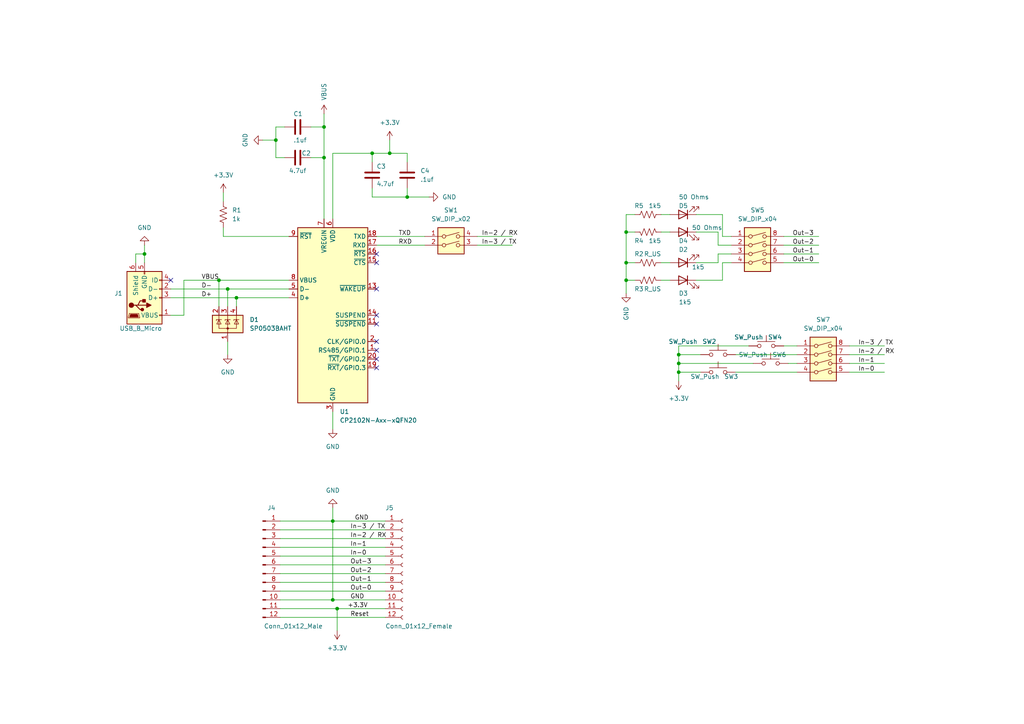
<source format=kicad_sch>
(kicad_sch (version 20211123) (generator eeschema)
  (paper "A4")
  (title_block (title "SuperCon Badge Programer with USB") (date "11/12/22") (rev "v0.1") (company "Eric Dynowski"))
  (lib_symbols
    (symbol "Connector:Conn_01x12_Female" (pin_names (offset 1.016) hide)
      (property "Reference" "J" (at 0 15.24 0))
      (property "Value" "Conn_01x12_Female" (at 0 -17.78 0))
      (symbol "Conn_01x12_Female_1_1"
        (arc (start 0 -14.732) (mid -0.508 -15.24) (end 0 -15.748) (stroke (width 0.1524)))
        (arc (start 0 -12.192) (mid -0.508 -12.7) (end 0 -13.208) (stroke (width 0.1524)))
        (arc (start 0 -9.652) (mid -0.508 -10.16) (end 0 -10.668) (stroke (width 0.1524)))
        (arc (start 0 -7.112) (mid -0.508 -7.62) (end 0 -8.128) (stroke (width 0.1524)))
        (arc (start 0 -4.572) (mid -0.508 -5.08) (end 0 -5.588) (stroke (width 0.1524)))
        (arc (start 0 -2.032) (mid -0.508 -2.54) (end 0 -3.048) (stroke (width 0.1524)))
        (polyline (pts (xy -1.27 -15.24) (xy -0.508 -15.24)) (stroke (width 0.1524)))
        (polyline (pts (xy -1.27 -12.7) (xy -0.508 -12.7)) (stroke (width 0.1524)))
        (polyline (pts (xy -1.27 -10.16) (xy -0.508 -10.16)) (stroke (width 0.1524)))
        (polyline (pts (xy -1.27 -7.62) (xy -0.508 -7.62)) (stroke (width 0.1524)))
        (polyline (pts (xy -1.27 -5.08) (xy -0.508 -5.08)) (stroke (width 0.1524)))
        (polyline (pts (xy -1.27 -2.54) (xy -0.508 -2.54)) (stroke (width 0.1524)))
        (polyline (pts (xy -1.27 0) (xy -0.508 0)) (stroke (width 0.1524)))
        (polyline (pts (xy -1.27 2.54) (xy -0.508 2.54)) (stroke (width 0.1524)))
        (polyline (pts (xy -1.27 5.08) (xy -0.508 5.08)) (stroke (width 0.1524)))
        (polyline (pts (xy -1.27 7.62) (xy -0.508 7.62)) (stroke (width 0.1524)))
        (polyline (pts (xy -1.27 10.16) (xy -0.508 10.16)) (stroke (width 0.1524)))
        (polyline (pts (xy -1.27 12.7) (xy -0.508 12.7)) (stroke (width 0.1524)))
        (arc (start 0 0.508) (mid -0.508 0) (end 0 -0.508) (stroke (width 0.1524)))
        (arc (start 0 3.048) (mid -0.508 2.54) (end 0 2.032) (stroke (width 0.1524)))
        (arc (start 0 5.588) (mid -0.508 5.08) (end 0 4.572) (stroke (width 0.1524)))
        (arc (start 0 8.128) (mid -0.508 7.62) (end 0 7.112) (stroke (width 0.1524)))
        (arc (start 0 10.668) (mid -0.508 10.16) (end 0 9.652) (stroke (width 0.1524)))
        (arc (start 0 13.208) (mid -0.508 12.7) (end 0 12.192) (stroke (width 0.1524)))
        (pin passive line (at -5.08 12.7 0) (length 3.81) (name "Pin_1") (number "1"))
        (pin passive line (at -5.08 -10.16 0) (length 3.81) (name "Pin_10") (number "10"))
        (pin passive line (at -5.08 -12.7 0) (length 3.81) (name "Pin_11") (number "11"))
        (pin passive line (at -5.08 -15.24 0) (length 3.81) (name "Pin_12") (number "12"))
        (pin passive line (at -5.08 10.16 0) (length 3.81) (name "Pin_2") (number "2"))
        (pin passive line (at -5.08 7.62 0) (length 3.81) (name "Pin_3") (number "3"))
        (pin passive line (at -5.08 5.08 0) (length 3.81) (name "Pin_4") (number "4"))
        (pin passive line (at -5.08 2.54 0) (length 3.81) (name "Pin_5") (number "5"))
        (pin passive line (at -5.08 0 0) (length 3.81) (name "Pin_6") (number "6"))
        (pin passive line (at -5.08 -2.54 0) (length 3.81) (name "Pin_7") (number "7"))
        (pin passive line (at -5.08 -5.08 0) (length 3.81) (name "Pin_8") (number "8"))
        (pin passive line (at -5.08 -7.62 0) (length 3.81) (name "Pin_9") (number "9"))
      )
    )
    (symbol "Connector:Conn_01x12_Male" (pin_names (offset 1.016) hide)
      (property "Reference" "J" (at 0 15.24 0))
      (property "Value" "Conn_01x12_Male" (at 0 -17.78 0))
      (symbol "Conn_01x12_Male_1_1"
        (polyline (pts (xy 1.27 -15.24) (xy 0.8636 -15.24)) (stroke (width 0.1524)))
        (polyline (pts (xy 1.27 -12.7) (xy 0.8636 -12.7)) (stroke (width 0.1524)))
        (polyline (pts (xy 1.27 -10.16) (xy 0.8636 -10.16)) (stroke (width 0.1524)))
        (polyline (pts (xy 1.27 -7.62) (xy 0.8636 -7.62)) (stroke (width 0.1524)))
        (polyline (pts (xy 1.27 -5.08) (xy 0.8636 -5.08)) (stroke (width 0.1524)))
        (polyline (pts (xy 1.27 -2.54) (xy 0.8636 -2.54)) (stroke (width 0.1524)))
        (polyline (pts (xy 1.27 0) (xy 0.8636 0)) (stroke (width 0.1524)))
        (polyline (pts (xy 1.27 2.54) (xy 0.8636 2.54)) (stroke (width 0.1524)))
        (polyline (pts (xy 1.27 5.08) (xy 0.8636 5.08)) (stroke (width 0.1524)))
        (polyline (pts (xy 1.27 7.62) (xy 0.8636 7.62)) (stroke (width 0.1524)))
        (polyline (pts (xy 1.27 10.16) (xy 0.8636 10.16)) (stroke (width 0.1524)))
        (polyline (pts (xy 1.27 12.7) (xy 0.8636 12.7)) (stroke (width 0.1524)))
        (rectangle (start 0.8636 -15.113) (end 0 -15.367) (stroke (width 0.1524)) (fill (type outline)))
        (rectangle (start 0.8636 -12.573) (end 0 -12.827) (stroke (width 0.1524)) (fill (type outline)))
        (rectangle (start 0.8636 -10.033) (end 0 -10.287) (stroke (width 0.1524)) (fill (type outline)))
        (rectangle (start 0.8636 -7.493) (end 0 -7.747) (stroke (width 0.1524)) (fill (type outline)))
        (rectangle (start 0.8636 -4.953) (end 0 -5.207) (stroke (width 0.1524)) (fill (type outline)))
        (rectangle (start 0.8636 -2.413) (end 0 -2.667) (stroke (width 0.1524)) (fill (type outline)))
        (rectangle (start 0.8636 0.127) (end 0 -0.127) (stroke (width 0.1524)) (fill (type outline)))
        (rectangle (start 0.8636 2.667) (end 0 2.413) (stroke (width 0.1524)) (fill (type outline)))
        (rectangle (start 0.8636 5.207) (end 0 4.953) (stroke (width 0.1524)) (fill (type outline)))
        (rectangle (start 0.8636 7.747) (end 0 7.493) (stroke (width 0.1524)) (fill (type outline)))
        (rectangle (start 0.8636 10.287) (end 0 10.033) (stroke (width 0.1524)) (fill (type outline)))
        (rectangle (start 0.8636 12.827) (end 0 12.573) (stroke (width 0.1524)) (fill (type outline)))
        (pin passive line (at 5.08 12.7 180) (length 3.81) (name "Pin_1") (number "1"))
        (pin passive line (at 5.08 -10.16 180) (length 3.81) (name "Pin_10") (number "10"))
        (pin passive line (at 5.08 -12.7 180) (length 3.81) (name "Pin_11") (number "11"))
        (pin passive line (at 5.08 -15.24 180) (length 3.81) (name "Pin_12") (number "12"))
        (pin passive line (at 5.08 10.16 180) (length 3.81) (name "Pin_2") (number "2"))
        (pin passive line (at 5.08 7.62 180) (length 3.81) (name "Pin_3") (number "3"))
        (pin passive line (at 5.08 5.08 180) (length 3.81) (name "Pin_4") (number "4"))
        (pin passive line (at 5.08 2.54 180) (length 3.81) (name "Pin_5") (number "5"))
        (pin passive line (at 5.08 0 180) (length 3.81) (name "Pin_6") (number "6"))
        (pin passive line (at 5.08 -2.54 180) (length 3.81) (name "Pin_7") (number "7"))
        (pin passive line (at 5.08 -5.08 180) (length 3.81) (name "Pin_8") (number "8"))
        (pin passive line (at 5.08 -7.62 180) (length 3.81) (name "Pin_9") (number "9"))
      )
    )
    (symbol "Connector:USB_B_Mini" (pin_names (offset 1.016))
      (property "Reference" "J" (at -5.08 11.43 0))
      (property "Value" "USB_B_Mini" (at -5.08 8.89 0))
      (symbol "USB_B_Mini_0_1"
        (rectangle (start -5.08 -7.62) (end 5.08 7.62) (stroke (width 0.254)) (fill (type background)))
        (circle (center -3.81 2.159) (radius 0.635) (stroke (width 0.254)) (fill (type outline)))
        (circle (center -0.635 3.429) (radius 0.381) (stroke (width 0.254)) (fill (type outline)))
        (rectangle (start -0.127 -7.62) (end 0.127 -6.858))
        (polyline (pts (xy -1.905 2.159) (xy 0.635 2.159)) (stroke (width 0.254)))
        (polyline (pts (xy -3.175 2.159) (xy -2.54 2.159) (xy -1.27 3.429) (xy -0.635 3.429)) (stroke (width 0.254)))
        (polyline (pts (xy -2.54 2.159) (xy -1.905 2.159) (xy -1.27 0.889) (xy 0 0.889)) (stroke (width 0.254)))
        (polyline (pts (xy 0.635 2.794) (xy 0.635 1.524) (xy 1.905 2.159) (xy 0.635 2.794)) (stroke (width 0.254)) (fill (type outline)))
        (polyline (pts (xy -4.318 5.588) (xy -1.778 5.588) (xy -2.032 4.826) (xy -4.064 4.826) (xy -4.318 5.588)) (fill (type outline)))
        (polyline (pts (xy -4.699 5.842) (xy -4.699 5.588) (xy -4.445 4.826) (xy -4.445 4.572) (xy -1.651 4.572) (xy -1.651 4.826) (xy -1.397 5.588) (xy -1.397 5.842) (xy -4.699 5.842)))
        (rectangle (start 0.254 1.27) (end -0.508 0.508) (stroke (width 0.254)) (fill (type outline)))
        (rectangle (start 5.08 -5.207) (end 4.318 -4.953))
        (rectangle (start 5.08 -2.667) (end 4.318 -2.413))
        (rectangle (start 5.08 -0.127) (end 4.318 0.127))
        (rectangle (start 5.08 4.953) (end 4.318 5.207))
      )
      (symbol "USB_B_Mini_1_1"
        (pin power_out line (at 7.62 5.08 180) (length 2.54) (name "VBUS") (number "1"))
        (pin bidirectional line (at 7.62 -2.54 180) (length 2.54) (name "D-") (number "2"))
        (pin bidirectional line (at 7.62 0 180) (length 2.54) (name "D+") (number "3"))
        (pin passive line (at 7.62 -5.08 180) (length 2.54) (name "ID") (number "4"))
        (pin power_out line (at 0 -10.16 90) (length 2.54) (name "GND") (number "5"))
        (pin passive line (at -2.54 -10.16 90) (length 2.54) (name "Shield") (number "6"))
      )
    )
    (symbol "Device:C" (pin_numbers hide) (pin_names (offset 0.254))
      (property "Reference" "C" (at 0.635 2.54 0))
      (property "Value" "C" (at 0.635 -2.54 0))
      (symbol "C_0_1"
        (polyline (pts (xy -2.032 -0.762) (xy 2.032 -0.762)) (stroke (width 0.508)))
        (polyline (pts (xy -2.032 0.762) (xy 2.032 0.762)) (stroke (width 0.508)))
      )
      (symbol "C_1_1"
        (pin passive line (at 0 3.81 270) (length 2.794) (name "~") (number "1"))
        (pin passive line (at 0 -3.81 90) (length 2.794) (name "~") (number "2"))
      )
    )
    (symbol "Device:LED" (pin_numbers hide) (pin_names (offset 1.016) hide)
      (property "Reference" "D" (at 0 2.54 0))
      (property "Value" "LED" (at 0 -2.54 0))
      (symbol "LED_0_1"
        (polyline (pts (xy -1.27 -1.27) (xy -1.27 1.27)) (stroke (width 0.254)))
        (polyline (pts (xy -1.27 0) (xy 1.27 0)))
        (polyline (pts (xy 1.27 -1.27) (xy 1.27 1.27) (xy -1.27 0) (xy 1.27 -1.27)) (stroke (width 0.254)))
        (polyline (pts (xy -3.048 -0.762) (xy -4.572 -2.286) (xy -3.81 -2.286) (xy -4.572 -2.286) (xy -4.572 -1.524)))
        (polyline (pts (xy -1.778 -0.762) (xy -3.302 -2.286) (xy -2.54 -2.286) (xy -3.302 -2.286) (xy -3.302 -1.524)))
      )
      (symbol "LED_1_1"
        (pin passive line (at -3.81 0 0) (length 2.54) (name "K") (number "1"))
        (pin passive line (at 3.81 0 180) (length 2.54) (name "A") (number "2"))
      )
    )
    (symbol "Device:R_US" (pin_numbers hide) (pin_names (offset 0))
      (property "Reference" "R" (at 2.54 0 90))
      (property "Value" "R_US" (at -2.54 0 90))
      (symbol "R_US_0_1"
        (polyline (pts (xy 0 -2.286) (xy 0 -2.54)))
        (polyline (pts (xy 0 2.286) (xy 0 2.54)))
        (polyline (pts (xy 0 -0.762) (xy 1.016 -1.143) (xy 0 -1.524) (xy -1.016 -1.905) (xy 0 -2.286)))
        (polyline (pts (xy 0 0.762) (xy 1.016 0.381) (xy 0 0) (xy -1.016 -0.381) (xy 0 -0.762)))
        (polyline (pts (xy 0 2.286) (xy 1.016 1.905) (xy 0 1.524) (xy -1.016 1.143) (xy 0 0.762)))
      )
      (symbol "R_US_1_1"
        (pin passive line (at 0 3.81 270) (length 1.27) (name "~") (number "1"))
        (pin passive line (at 0 -3.81 90) (length 1.27) (name "~") (number "2"))
      )
    )
    (symbol "Interface_USB:CP2102N-Axx-xQFN20"
      (property "Reference" "U" (at -8.89 26.67 0))
      (property "Value" "CP2102N-Axx-xQFN20" (at 12.7 26.67 0))
      (symbol "CP2102N-Axx-xQFN20_0_1"
        (rectangle (start -10.16 25.4) (end 10.16 -25.4) (stroke (width 0.254)) (fill (type background)))
      )
      (symbol "CP2102N-Axx-xQFN20_1_1"
        (pin bidirectional line (at 12.7 -10.16 180) (length 2.54) (name "RS485/GPIO.1") (number "1"))
        (pin no_connect line (at -10.16 -22.86 0) (length 2.54) hide (name "NC") (number "10"))
        (pin output line (at 12.7 -2.54 180) (length 2.54) (name "~{SUSPEND}") (number "11"))
        (pin passive line (at 0 -27.94 90) (length 2.54) hide (name "GND") (number "12"))
        (pin input line (at 12.7 7.62 180) (length 2.54) (name "~{WAKEUP}") (number "13"))
        (pin output line (at 12.7 0 180) (length 2.54) (name "SUSPEND") (number "14"))
        (pin input line (at 12.7 15.24 180) (length 2.54) (name "~{CTS}") (number "15"))
        (pin output line (at 12.7 17.78 180) (length 2.54) (name "~{RTS}") (number "16"))
        (pin input line (at 12.7 20.32 180) (length 2.54) (name "RXD") (number "17"))
        (pin output line (at 12.7 22.86 180) (length 2.54) (name "TXD") (number "18"))
        (pin bidirectional line (at 12.7 -15.24 180) (length 2.54) (name "~{RXT}/GPIO.3") (number "19"))
        (pin bidirectional line (at 12.7 -7.62 180) (length 2.54) (name "CLK/GPIO.0") (number "2"))
        (pin bidirectional line (at 12.7 -12.7 180) (length 2.54) (name "~{TXT}/GPIO.2") (number "20"))
        (pin passive line (at 0 -27.94 90) (length 2.54) hide (name "GND") (number "21"))
        (pin power_in line (at 0 -27.94 90) (length 2.54) (name "GND") (number "3"))
        (pin bidirectional line (at -12.7 5.08 0) (length 2.54) (name "D+") (number "4"))
        (pin bidirectional line (at -12.7 7.62 0) (length 2.54) (name "D-") (number "5"))
        (pin power_in line (at 0 27.94 270) (length 2.54) (name "VDD") (number "6"))
        (pin power_in line (at -2.54 27.94 270) (length 2.54) (name "VREGIN") (number "7"))
        (pin input line (at -12.7 10.16 0) (length 2.54) (name "VBUS") (number "8"))
        (pin input line (at -12.7 22.86 0) (length 2.54) (name "~{RST}") (number "9"))
      )
    )
    (symbol "Power_Protection:SP0503BAHT" (pin_names hide)
      (property "Reference" "D" (at 5.715 2.54 0))
      (property "Value" "SP0503BAHT" (at 5.715 0.635 0))
      (symbol "SP0503BAHT_0_0"
        (pin passive line (at 0 -5.08 90) (length 2.54) (name "A") (number "1"))
      )
      (symbol "SP0503BAHT_0_1"
        (rectangle (start -4.445 2.54) (end 4.445 -2.54) (stroke (width 0.254)) (fill (type background)))
        (circle (center 0 -1.27) (radius 0.254) (fill (type outline)))
        (polyline (pts (xy -2.54 2.54) (xy -2.54 1.27)))
        (polyline (pts (xy 0 -1.27) (xy 0 -2.54)))
        (polyline (pts (xy 0 -1.27) (xy 0 1.27)))
        (polyline (pts (xy 0 2.54) (xy 0 1.27)))
        (polyline (pts (xy 0.635 1.27) (xy 0.762 1.27)))
        (polyline (pts (xy 2.54 2.54) (xy 2.54 1.27)))
        (polyline (pts (xy 0.635 1.27) (xy -0.762 1.27) (xy -0.762 1.016)))
        (polyline (pts (xy -3.302 1.016) (xy -3.302 1.27) (xy -1.905 1.27) (xy -1.778 1.27)))
        (polyline (pts (xy -2.54 1.27) (xy -2.54 -1.27) (xy 2.54 -1.27) (xy 2.54 1.27)))
        (polyline (pts (xy -2.54 1.27) (xy -1.905 0) (xy -3.175 0) (xy -2.54 1.27)))
        (polyline (pts (xy 0.635 0) (xy -0.635 0) (xy 0 1.27) (xy 0.635 0)))
        (polyline (pts (xy 1.778 1.016) (xy 1.778 1.27) (xy 3.175 1.27) (xy 3.302 1.27)))
        (polyline (pts (xy 2.54 1.27) (xy 1.905 0) (xy 3.175 0) (xy 2.54 1.27)))
      )
      (symbol "SP0503BAHT_1_1"
        (pin passive line (at -2.54 5.08 270) (length 2.54) (name "K") (number "2"))
        (pin passive line (at 0 5.08 270) (length 2.54) (name "K") (number "3"))
        (pin passive line (at 2.54 5.08 270) (length 2.54) (name "K") (number "4"))
      )
    )
    (symbol "Switch:SW_DIP_x02" (pin_names (offset 0) hide)
      (property "Reference" "SW" (at 0 6.35 0))
      (property "Value" "SW_DIP_x02" (at 0 -3.81 0))
      (symbol "SW_DIP_x02_0_0"
        (circle (center -2.032 0) (radius 0.508))
        (circle (center -2.032 2.54) (radius 0.508))
        (polyline (pts (xy -1.524 0.127) (xy 2.3622 1.1684)))
        (polyline (pts (xy -1.524 2.667) (xy 2.3622 3.7084)))
        (circle (center 2.032 0) (radius 0.508))
        (circle (center 2.032 2.54) (radius 0.508))
      )
      (symbol "SW_DIP_x02_0_1"
        (rectangle (start -3.81 5.08) (end 3.81 -2.54) (stroke (width 0.254)) (fill (type background)))
      )
      (symbol "SW_DIP_x02_1_1"
        (pin passive line (at -7.62 2.54 0) (length 5.08) (name "~") (number "1"))
        (pin passive line (at -7.62 0 0) (length 5.08) (name "~") (number "2"))
        (pin passive line (at 7.62 0 180) (length 5.08) (name "~") (number "3"))
        (pin passive line (at 7.62 2.54 180) (length 5.08) (name "~") (number "4"))
      )
    )
    (symbol "Switch:SW_DIP_x04" (pin_names (offset 0) hide)
      (property "Reference" "SW" (at 0 8.89 0))
      (property "Value" "SW_DIP_x04" (at 0 -6.35 0))
      (symbol "SW_DIP_x04_0_0"
        (circle (center -2.032 -2.54) (radius 0.508))
        (circle (center -2.032 0) (radius 0.508))
        (circle (center -2.032 2.54) (radius 0.508))
        (circle (center -2.032 5.08) (radius 0.508))
        (polyline (pts (xy -1.524 -2.3876) (xy 2.3622 -1.3462)))
        (polyline (pts (xy -1.524 0.127) (xy 2.3622 1.1684)))
        (polyline (pts (xy -1.524 2.667) (xy 2.3622 3.7084)))
        (polyline (pts (xy -1.524 5.207) (xy 2.3622 6.2484)))
        (circle (center 2.032 -2.54) (radius 0.508))
        (circle (center 2.032 0) (radius 0.508))
        (circle (center 2.032 2.54) (radius 0.508))
        (circle (center 2.032 5.08) (radius 0.508))
      )
      (symbol "SW_DIP_x04_0_1"
        (rectangle (start -3.81 7.62) (end 3.81 -5.08) (stroke (width 0.254)) (fill (type background)))
      )
      (symbol "SW_DIP_x04_1_1"
        (pin passive line (at -7.62 5.08 0) (length 5.08) (name "~") (number "1"))
        (pin passive line (at -7.62 2.54 0) (length 5.08) (name "~") (number "2"))
        (pin passive line (at -7.62 0 0) (length 5.08) (name "~") (number "3"))
        (pin passive line (at -7.62 -2.54 0) (length 5.08) (name "~") (number "4"))
        (pin passive line (at 7.62 -2.54 180) (length 5.08) (name "~") (number "5"))
        (pin passive line (at 7.62 0 180) (length 5.08) (name "~") (number "6"))
        (pin passive line (at 7.62 2.54 180) (length 5.08) (name "~") (number "7"))
        (pin passive line (at 7.62 5.08 180) (length 5.08) (name "~") (number "8"))
      )
    )
    (symbol "Switch:SW_Push" (pin_numbers hide) (pin_names (offset 1.016) hide)
      (property "Reference" "SW" (at 1.27 2.54 0))
      (property "Value" "SW_Push" (at 0 -1.524 0))
      (symbol "SW_Push_0_1"
        (circle (center -2.032 0) (radius 0.508))
        (polyline (pts (xy 0 1.27) (xy 0 3.048)))
        (polyline (pts (xy 2.54 1.27) (xy -2.54 1.27)))
        (circle (center 2.032 0) (radius 0.508))
        (pin passive line (at -5.08 0 0) (length 2.54) (name "1") (number "1"))
        (pin passive line (at 5.08 0 180) (length 2.54) (name "2") (number "2"))
      )
    )
    (symbol "power:+3.3V" (power) (pin_names (offset 0))
      (property "Value" "+3.3V" (at 0 3.556 0))
      (symbol "+3.3V_0_1"
        (polyline (pts (xy -0.762 1.27) (xy 0 2.54)))
        (polyline (pts (xy 0 0) (xy 0 2.54)))
        (polyline (pts (xy 0 2.54) (xy 0.762 1.27)))
      )
      (symbol "+3.3V_1_1"
        (pin power_in line (at 0 0 90) (length 0) hide (name "+3.3V") (number "1"))
      )
    )
    (symbol "power:GND" (power) (pin_names (offset 0))
      (property "Value" "GND" (at 0 -3.81 0))
      (symbol "GND_0_1"
        (polyline (pts (xy 0 0) (xy 0 -1.27) (xy 1.27 -1.27) (xy 0 -2.54) (xy -1.27 -1.27) (xy 0 -1.27)))
      )
      (symbol "GND_1_1"
        (pin power_in line (at 0 0 270) (length 0) hide (name "GND") (number "1"))
      )
    )
    (symbol "power:VBUS" (power) (pin_names (offset 0))
      (property "Value" "VBUS" (at 0 3.81 0))
      (symbol "VBUS_0_1"
        (polyline (pts (xy -0.762 1.27) (xy 0 2.54)))
        (polyline (pts (xy 0 0) (xy 0 2.54)))
        (polyline (pts (xy 0 2.54) (xy 0.762 1.27)))
      )
      (symbol "VBUS_1_1"
        (pin power_in line (at 0 0 90) (length 0) hide (name "VBUS") (number "1"))
      )
    )
  )
  (junction (at 181.61 67.31))
  (junction (at 93.98 36.83))
  (junction (at 97.79 176.53))
  (junction (at 93.98 45.72))
  (junction (at 96.52 173.99))
  (junction (at 41.91 73.66))
  (junction (at 80.01 40.64))
  (junction (at 196.85 107.95))
  (junction (at 181.61 76.2))
  (junction (at 63.5 81.28))
  (junction (at 68.58 86.36))
  (junction (at 66.04 83.82))
  (junction (at 118.11 57.15))
  (junction (at 107.95 44.45))
  (junction (at 96.52 151.13))
  (junction (at 113.03 44.45))
  (junction (at 196.85 105.41))
  (junction (at 181.61 81.28))
  (junction (at 196.85 102.87))
  (no_connect (at 109.22 91.44))
  (no_connect (at 109.22 101.6))
  (no_connect (at 109.22 106.68))
  (no_connect (at 109.22 73.66))
  (no_connect (at 109.22 99.06))
  (no_connect (at 49.53 81.28))
  (no_connect (at 109.22 93.98))
  (no_connect (at 109.22 104.14))
  (no_connect (at 109.22 76.2))
  (no_connect (at 109.22 83.82))
  (wire (pts (xy 64.77 55.88) (xy 64.77 58.42)))
  (wire (pts (xy 191.77 62.23) (xy 194.31 62.23)))
  (wire (pts (xy 41.91 73.66) (xy 41.91 76.2)))
  (wire (pts (xy 83.82 68.58) (xy 64.77 68.58)))
  (wire (pts (xy 208.28 76.2) (xy 208.28 73.66)))
  (wire (pts (xy 217.17 100.33) (xy 196.85 100.33)))
  (wire (pts (xy 66.04 99.06) (xy 66.04 102.87)))
  (wire (pts (xy 138.43 71.12) (xy 148.59 71.12)))
  (wire (pts (xy 81.28 163.83) (xy 111.76 163.83)))
  (wire (pts (xy 93.98 45.72) (xy 93.98 63.5)))
  (wire (pts (xy 53.34 91.44) (xy 53.34 81.28)))
  (wire (pts (xy 181.61 81.28) (xy 184.15 81.28)))
  (wire (pts (xy 41.91 71.12) (xy 41.91 73.66)))
  (wire (pts (xy 138.43 68.58) (xy 148.59 68.58)))
  (wire (pts (xy 246.38 105.41) (xy 256.54 105.41)))
  (wire (pts (xy 66.04 83.82) (xy 83.82 83.82)))
  (wire (pts (xy 82.55 36.83) (xy 80.01 36.83)))
  (wire (pts (xy 81.28 173.99) (xy 96.52 173.99)))
  (wire (pts (xy 118.11 57.15) (xy 124.46 57.15)))
  (wire (pts (xy 201.93 81.28) (xy 209.55 81.28)))
  (wire (pts (xy 96.52 119.38) (xy 96.52 124.46)))
  (wire (pts (xy 208.28 67.31) (xy 208.28 71.12)))
  (wire (pts (xy 81.28 156.21) (xy 111.76 156.21)))
  (wire (pts (xy 227.33 76.2) (xy 237.49 76.2)))
  (wire (pts (xy 118.11 46.99) (xy 118.11 44.45)))
  (wire (pts (xy 81.28 161.29) (xy 111.76 161.29)))
  (wire (pts (xy 201.93 76.2) (xy 208.28 76.2)))
  (wire (pts (xy 196.85 105.41) (xy 196.85 107.95)))
  (wire (pts (xy 64.77 68.58) (xy 64.77 66.04)))
  (wire (pts (xy 213.36 107.95) (xy 231.14 107.95)))
  (wire (pts (xy 209.55 62.23) (xy 209.55 68.58)))
  (wire (pts (xy 113.03 44.45) (xy 107.95 44.45)))
  (wire (pts (xy 208.28 73.66) (xy 212.09 73.66)))
  (wire (pts (xy 39.37 76.2) (xy 39.37 73.66)))
  (wire (pts (xy 181.61 67.31) (xy 184.15 67.31)))
  (wire (pts (xy 196.85 102.87) (xy 196.85 105.41)))
  (wire (pts (xy 107.95 54.61) (xy 107.95 57.15)))
  (wire (pts (xy 68.58 88.9) (xy 68.58 86.36)))
  (wire (pts (xy 196.85 100.33) (xy 196.85 102.87)))
  (wire (pts (xy 81.28 166.37) (xy 111.76 166.37)))
  (wire (pts (xy 191.77 67.31) (xy 194.31 67.31)))
  (wire (pts (xy 209.55 81.28) (xy 209.55 76.2)))
  (wire (pts (xy 196.85 107.95) (xy 203.2 107.95)))
  (wire (pts (xy 68.58 86.36) (xy 83.82 86.36)))
  (wire (pts (xy 107.95 44.45) (xy 96.52 44.45)))
  (wire (pts (xy 184.15 62.23) (xy 181.61 62.23)))
  (wire (pts (xy 191.77 76.2) (xy 194.31 76.2)))
  (wire (pts (xy 81.28 179.07) (xy 111.76 179.07)))
  (wire (pts (xy 227.33 71.12) (xy 237.49 71.12)))
  (wire (pts (xy 81.28 153.67) (xy 111.76 153.67)))
  (wire (pts (xy 118.11 54.61) (xy 118.11 57.15)))
  (wire (pts (xy 96.52 147.32) (xy 96.52 151.13)))
  (wire (pts (xy 80.01 36.83) (xy 80.01 40.64)))
  (wire (pts (xy 209.55 76.2) (xy 212.09 76.2)))
  (wire (pts (xy 96.52 173.99) (xy 111.76 173.99)))
  (wire (pts (xy 81.28 168.91) (xy 111.76 168.91)))
  (wire (pts (xy 107.95 44.45) (xy 107.95 46.99)))
  (wire (pts (xy 109.22 71.12) (xy 123.19 71.12)))
  (wire (pts (xy 181.61 67.31) (xy 181.61 76.2)))
  (wire (pts (xy 181.61 76.2) (xy 181.61 81.28)))
  (wire (pts (xy 107.95 57.15) (xy 118.11 57.15)))
  (wire (pts (xy 49.53 83.82) (xy 66.04 83.82)))
  (wire (pts (xy 227.33 68.58) (xy 237.49 68.58)))
  (wire (pts (xy 97.79 176.53) (xy 97.79 182.88)))
  (wire (pts (xy 201.93 67.31) (xy 208.28 67.31)))
  (wire (pts (xy 39.37 73.66) (xy 41.91 73.66)))
  (wire (pts (xy 218.44 105.41) (xy 196.85 105.41)))
  (wire (pts (xy 113.03 40.64) (xy 113.03 44.45)))
  (wire (pts (xy 63.5 88.9) (xy 63.5 81.28)))
  (wire (pts (xy 246.38 102.87) (xy 256.54 102.87)))
  (wire (pts (xy 181.61 76.2) (xy 184.15 76.2)))
  (wire (pts (xy 181.61 81.28) (xy 181.61 85.09)))
  (wire (pts (xy 97.79 176.53) (xy 111.76 176.53)))
  (wire (pts (xy 246.38 107.95) (xy 256.54 107.95)))
  (wire (pts (xy 81.28 171.45) (xy 111.76 171.45)))
  (wire (pts (xy 227.33 73.66) (xy 237.49 73.66)))
  (wire (pts (xy 246.38 100.33) (xy 256.54 100.33)))
  (wire (pts (xy 49.53 91.44) (xy 53.34 91.44)))
  (wire (pts (xy 93.98 45.72) (xy 90.17 45.72)))
  (wire (pts (xy 228.6 105.41) (xy 231.14 105.41)))
  (wire (pts (xy 227.33 100.33) (xy 231.14 100.33)))
  (wire (pts (xy 93.98 33.02) (xy 93.98 36.83)))
  (wire (pts (xy 81.28 176.53) (xy 97.79 176.53)))
  (wire (pts (xy 93.98 36.83) (xy 93.98 45.72)))
  (wire (pts (xy 191.77 81.28) (xy 194.31 81.28)))
  (wire (pts (xy 80.01 40.64) (xy 80.01 45.72)))
  (wire (pts (xy 49.53 86.36) (xy 68.58 86.36)))
  (wire (pts (xy 66.04 88.9) (xy 66.04 83.82)))
  (wire (pts (xy 109.22 68.58) (xy 123.19 68.58)))
  (wire (pts (xy 209.55 68.58) (xy 212.09 68.58)))
  (wire (pts (xy 81.28 158.75) (xy 111.76 158.75)))
  (wire (pts (xy 96.52 44.45) (xy 96.52 63.5)))
  (wire (pts (xy 201.93 62.23) (xy 209.55 62.23)))
  (wire (pts (xy 213.36 102.87) (xy 231.14 102.87)))
  (wire (pts (xy 118.11 44.45) (xy 113.03 44.45)))
  (wire (pts (xy 82.55 45.72) (xy 80.01 45.72)))
  (wire (pts (xy 196.85 102.87) (xy 203.2 102.87)))
  (wire (pts (xy 63.5 81.28) (xy 83.82 81.28)))
  (wire (pts (xy 53.34 81.28) (xy 63.5 81.28)))
  (wire (pts (xy 93.98 36.83) (xy 90.17 36.83)))
  (wire (pts (xy 96.52 151.13) (xy 111.76 151.13)))
  (wire (pts (xy 196.85 107.95) (xy 196.85 110.49)))
  (wire (pts (xy 81.28 151.13) (xy 96.52 151.13)))
  (wire (pts (xy 96.52 151.13) (xy 96.52 173.99)))
  (wire (pts (xy 80.01 40.64) (xy 76.2 40.64)))
  (wire (pts (xy 181.61 62.23) (xy 181.61 67.31)))
  (wire (pts (xy 208.28 71.12) (xy 212.09 71.12)))
  (label "Out-1" (at 101.6 168.91 0))
  (label "In-2 {slash} RX" (at 139.7 68.58 0))
  (label "In-3 {slash} TX" (at 248.92 100.33 0))
  (label "VBUS" (at 58.42 81.28 0))
  (label "TXD" (at 115.57 68.58 0))
  (label "Out-3" (at 101.6 163.83 0))
  (label "In-0" (at 248.92 107.95 0))
  (label "Out-1" (at 229.87 73.66 0))
  (label "Out-2" (at 229.87 71.12 0))
  (label "+3.3V" (at 106.68 176.53 180))
  (label "In-3 {slash} TX" (at 101.6 153.67 0))
  (label "Out-3" (at 229.87 68.58 0))
  (label "Reset" (at 101.6 179.07 0))
  (label "GND" (at 102.87 151.13 0))
  (label "RXD" (at 115.57 71.12 0))
  (label "In-2 {slash} RX" (at 248.92 102.87 0))
  (label "In-1" (at 101.6 158.75 0))
  (label "In-1" (at 248.92 105.41 0))
  (label "Out-0" (at 101.6 171.45 0))
  (label "GND" (at 101.6 173.99 0))
  (label "In-2 {slash} RX" (at 101.6 156.21 0))
  (label "D+" (at 58.42 86.36 0))
  (label "Out-2" (at 101.6 166.37 0))
  (label "In-3 {slash} TX" (at 139.7 71.12 0))
  (label "D-" (at 58.42 83.82 0))
  (label "In-0" (at 101.6 161.29 0))
  (label "Out-0" (at 229.87 76.2 0))
  (symbol (lib_id "power:GND") (at 96.52 124.46 0) (unit 1)
    (property "Reference" "#PWR05" (effects hide))
    (property "Value" "GND" (at 96.52 129.54 0))
  )
  (symbol (lib_id "power:GND") (at 96.52 147.32 0) (mirror x) (unit 1)
    (property "Reference" "#PWR010" (effects hide))
    (property "Value" "GND" (at 96.52 142.24 0))
  )
  (symbol (lib_id "power:+3.3V") (at 113.03 40.64 0) (unit 1)
    (property "Reference" "#PWR06" (effects hide))
    (property "Value" "+3.3V" (at 113.03 35.56 0))
  )
  (symbol (lib_id "Power_Protection:SP0503BAHT") (at 66.04 93.98 0) (unit 1)
    (property "Reference" "D1" (at 72.39 92.7099 0) (effects (justify left)))
    (property "Value" "SP0503BAHT" (at 72.39 95.2499 0) (effects (justify left)))
    (property "Footprint" "Package_TO_SOT_SMD:SOT-143" (effects hide))
    (property "Datasheet" "http://www.littelfuse.com/~/media/files/littelfuse/technical%20resources/documents/data%20sheets/sp05xxba.pdf" (effects hide))
  )
  (symbol (lib_id "Connector:Conn_01x12_Male") (at 76.2 163.83 0) (unit 1)
    (property "Reference" "J4" (at 78.74 147.32 0))
    (property "Value" "Conn_01x12_Male" (at 85.09 181.61 0))
    (property "Footprint" "Connector_PinHeader_2.54mm:PinHeader_1x12_P2.54mm_Horizontal" (effects hide))
  )
  (symbol (lib_id "Device:LED") (at 198.12 62.23 180) (unit 1)
    (property "Reference" "D5" (at 196.85 59.69 0) (effects (justify right)))
    (property "Value" "50 Ohms" (at 196.85 57.15 0) (effects (justify right)))
    (property "Footprint" "LED_SMD:LED_0805_2012Metric" (effects hide))
  )
  (symbol (lib_id "power:GND") (at 181.61 85.09 0) (unit 1)
    (property "Reference" "#PWR09" (effects hide))
    (property "Value" "GND" (at 181.6099 88.9 90) (effects (justify right)))
  )
  (symbol (lib_id "power:GND") (at 76.2 40.64 270) (unit 1)
    (property "Reference" "#PWR03" (effects hide))
    (property "Value" "GND" (at 71.12 40.64 0))
  )
  (symbol (lib_id "power:GND") (at 66.04 102.87 0) (unit 1)
    (property "Reference" "#PWR02" (effects hide))
    (property "Value" "GND" (at 66.04 107.95 0))
  )
  (symbol (lib_id "power:GND") (at 41.91 71.12 180) (unit 1)
    (property "Reference" "#PWR08" (effects hide))
    (property "Value" "GND" (at 41.91 66.04 0))
  )
  (symbol (lib_id "Device:R_US") (at 64.77 62.23 0) (unit 1)
    (property "Reference" "R1" (at 67.31 60.9599 0) (effects (justify left)))
    (property "Value" "1k" (at 67.31 63.4999 0) (effects (justify left)))
    (property "Footprint" "Resistor_SMD:R_0603_1608Metric" (effects hide))
  )
  (symbol (lib_id "power:+3.3V") (at 196.85 110.49 180) (unit 1)
    (property "Reference" "#PWR0101" (effects hide))
    (property "Value" "+3.3V" (at 196.85 115.57 0))
  )
  (symbol (lib_id "Switch:SW_DIP_x04") (at 238.76 105.41 0) (unit 1)
    (property "Reference" "SW7" (at 238.76 92.71 0))
    (property "Value" "SW_DIP_x04" (at 238.76 95.25 0))
    (property "Footprint" "Button_Switch_THT:SW_DIP_SPSTx04_Slide_6.7x11.72mm_W7.62mm_P2.54mm_LowProfile" (effects hide))
  )
  (symbol (lib_id "Switch:SW_DIP_x04") (at 219.71 73.66 0) (unit 1)
    (property "Reference" "SW5" (at 219.71 60.96 0))
    (property "Value" "SW_DIP_x04" (at 219.71 63.5 0))
    (property "Footprint" "Button_Switch_THT:SW_DIP_SPSTx04_Slide_6.7x11.72mm_W7.62mm_P2.54mm_LowProfile" (effects hide))
  )
  (symbol (lib_id "Device:R_US") (at 187.96 81.28 90) (mirror x) (unit 1)
    (property "Reference" "R3" (at 186.6899 83.82 90) (effects (justify left)))
    (property "Value" "R_US" (at 191.77 83.82 90) (effects (justify left)))
    (property "Footprint" "Resistor_SMD:R_0603_1608Metric" (effects hide))
  )
  (symbol (lib_id "Device:R_US") (at 187.96 67.31 90) (mirror x) (unit 1)
    (property "Reference" "R4" (at 186.6899 69.85 90) (effects (justify left)))
    (property "Value" "1k5" (at 191.77 69.85 90) (effects (justify left)))
    (property "Footprint" "Resistor_SMD:R_0603_1608Metric" (effects hide))
  )
  (symbol (lib_id "Switch:SW_Push") (at 208.28 107.95 0) (unit 1)
    (property "Reference" "SW3" (at 212.09 109.22 0))
    (property "Value" "SW_Push" (at 204.47 109.22 0))
    (property "Footprint" "Button_Switch_THT:SW_PUSH_6mm" (effects hide))
  )
  (symbol (lib_id "Device:C") (at 86.36 36.83 270) (unit 1)
    (property "Reference" "C1" (at 85.09 33.02 90) (effects (justify left)))
    (property "Value" ".1uf" (at 85.0901 40.64 90) (effects (justify left)))
    (property "Footprint" "Capacitor_SMD:C_0603_1608Metric" (effects hide))
  )
  (symbol (lib_id "Interface_USB:CP2102N-Axx-xQFN20") (at 96.52 91.44 0) (unit 1)
    (property "Reference" "U1" (at 98.5394 119.38 0) (effects (justify left)))
    (property "Value" "CP2102N-Axx-xQFN20" (at 98.5394 121.92 0) (effects (justify left)))
    (property "Footprint" "Package_DFN_QFN:SiliconLabs_QFN-20-1EP_3x3mm_P0.5mm_EP1.8x1.8mm" (effects hide))
    (property "Datasheet" "https://www.silabs.com/documents/public/data-sheets/cp2102n-datasheet.pdf" (effects hide))
  )
  (symbol (lib_id "Connector:Conn_01x12_Female") (at 116.84 163.83 0) (unit 1)
    (property "Reference" "J5" (at 111.76 147.32 0) (effects (justify left)))
    (property "Value" "Conn_01x12_Female" (at 111.76 181.61 0) (effects (justify left)))
    (property "Footprint" "Connector_PinHeader_2.54mm:PinHeader_1x12_P2.54mm_Horizontal" (effects hide))
  )
  (symbol (lib_id "Switch:SW_Push") (at 222.25 100.33 0) (unit 1)
    (property "Reference" "SW4" (at 224.79 97.79 0))
    (property "Value" "SW_Push" (at 217.17 97.79 0))
    (property "Footprint" "Button_Switch_THT:SW_PUSH_6mm" (effects hide))
  )
  (symbol (lib_id "Device:LED") (at 198.12 76.2 180) (unit 1)
    (property "Reference" "D2" (at 196.85 72.39 0) (effects (justify right)))
    (property "Value" "1k5" (at 200.66 77.47 0) (effects (justify right)))
    (property "Footprint" "LED_SMD:LED_0805_2012Metric" (effects hide))
  )
  (symbol (lib_id "Device:LED") (at 198.12 67.31 0) (mirror y) (unit 1)
    (property "Reference" "D4" (at 196.85 69.85 0) (effects (justify right)))
    (property "Value" "50 Ohms" (at 200.66 66.04 0) (effects (justify right)))
    (property "Footprint" "LED_SMD:LED_0805_2012Metric" (effects hide))
  )
  (symbol (lib_id "Device:R_US") (at 187.96 62.23 90) (unit 1)
    (property "Reference" "R5" (at 186.6899 59.69 90) (effects (justify left)))
    (property "Value" "1k5" (at 191.77 59.69 90) (effects (justify left)))
    (property "Footprint" "Resistor_SMD:R_0603_1608Metric" (effects hide))
  )
  (symbol (lib_id "Device:C") (at 86.36 45.72 270) (mirror x) (unit 1)
    (property "Reference" "C2" (at 90.17 44.45 90) (effects (justify right)))
    (property "Value" "4.7uf" (at 88.9 49.53 90) (effects (justify right)))
    (property "Footprint" "Capacitor_SMD:C_0603_1608Metric" (effects hide))
  )
  (symbol (lib_id "Device:C") (at 118.11 50.8 0) (mirror y) (unit 1)
    (property "Reference" "C4" (at 121.92 49.5299 0) (effects (justify right)))
    (property "Value" ".1uf" (at 121.92 52.0699 0) (effects (justify right)))
    (property "Footprint" "Capacitor_SMD:C_0603_1608Metric" (effects hide))
  )
  (symbol (lib_id "Device:C") (at 107.95 50.8 0) (unit 1)
    (property "Reference" "C3" (at 109.22 48.26 0) (effects (justify left)))
    (property "Value" "4.7uf" (at 109.22 53.34 0) (effects (justify left)))
    (property "Footprint" "Capacitor_SMD:C_0603_1608Metric" (effects hide))
  )
  (symbol (lib_id "Connector:USB_B_Mini") (at 41.91 86.36 0) (mirror x) (unit 1)
    (property "Reference" "J1" (at 35.56 85.0899 0) (effects (justify right)))
    (property "Value" "USB_B_Micro" (at 46.99 95.25 0) (effects (justify right)))
    (property "Footprint" "Connector_USB:USB_Micro-B_Amphenol_10118194_Horizontal" (effects hide))
  )
  (symbol (lib_id "Device:R_US") (at 187.96 76.2 90) (unit 1)
    (property "Reference" "R2" (at 186.6899 73.66 90) (effects (justify left)))
    (property "Value" "R_US" (at 191.77 73.66 90) (effects (justify left)))
    (property "Footprint" "Resistor_SMD:R_0603_1608Metric" (effects hide))
  )
  (symbol (lib_id "power:GND") (at 124.46 57.15 90) (unit 1)
    (property "Reference" "#PWR07" (effects hide))
    (property "Value" "GND" (at 128.27 57.1499 90) (effects (justify right)))
  )
  (symbol (lib_id "Switch:SW_Push") (at 208.28 102.87 0) (unit 1)
    (property "Reference" "SW2" (at 205.74 99.06 0))
    (property "Value" "SW_Push" (at 198.12 99.06 0))
    (property "Footprint" "Button_Switch_THT:SW_PUSH_6mm" (effects hide))
  )
  (symbol (lib_id "power:VBUS") (at 93.98 33.02 0) (unit 1)
    (property "Reference" "#PWR04" (effects hide))
    (property "Value" "VBUS" (at 93.9801 29.21 90) (effects (justify left)))
  )
  (symbol (lib_id "Switch:SW_Push") (at 223.52 105.41 0) (unit 1)
    (property "Reference" "SW6" (at 226.06 102.87 0))
    (property "Value" "SW_Push" (at 218.44 102.87 0))
    (property "Footprint" "Button_Switch_THT:SW_PUSH_6mm" (effects hide))
  )
  (symbol (lib_id "power:+3.3V") (at 97.79 182.88 180) (unit 1)
    (property "Reference" "#PWR011" (effects hide))
    (property "Value" "+3.3V" (at 97.79 187.96 0))
  )
  (symbol (lib_id "Switch:SW_DIP_x02") (at 130.81 71.12 0) (unit 1)
    (property "Reference" "SW1" (at 130.81 60.96 0))
    (property "Value" "SW_DIP_x02" (at 130.81 63.5 0))
    (property "Footprint" "Button_Switch_THT:SW_DIP_SPSTx02_Slide_6.7x6.64mm_W7.62mm_P2.54mm_LowProfile" (effects hide))
  )
  (symbol (lib_id "power:+3.3V") (at 64.77 55.88 0) (unit 1)
    (property "Reference" "#PWR01" (effects hide))
    (property "Value" "+3.3V" (at 64.77 50.8 0))
  )
  (symbol (lib_id "Device:LED") (at 198.12 81.28 0) (mirror y) (unit 1)
    (property "Reference" "D3" (at 196.85 85.09 0) (effects (justify right)))
    (property "Value" "1k5" (at 196.85 87.63 0) (effects (justify right)))
    (property "Footprint" "LED_SMD:LED_0805_2012Metric" (effects hide))
  )
)
</source>
